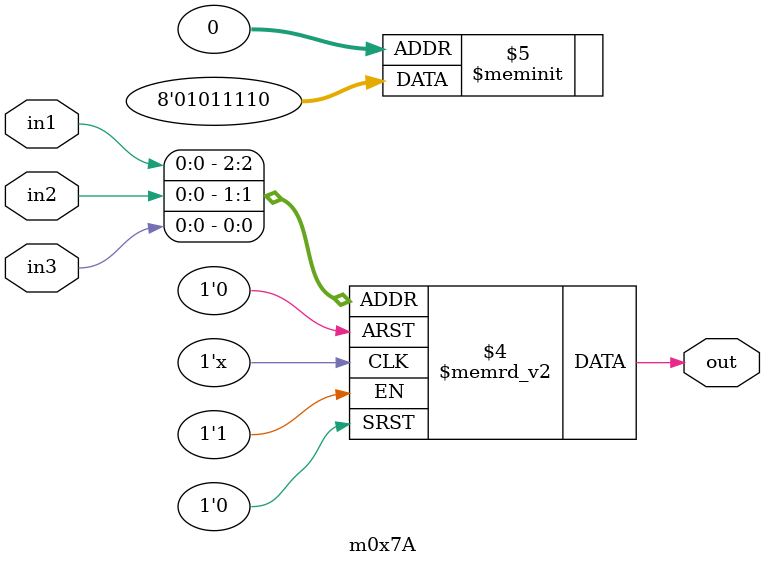
<source format=v>
module m0x7A(output out, input in1, in2, in3);

   always @(in1, in2, in3)
     begin
        case({in1, in2, in3})
          3'b000: {out} = 1'b0;
          3'b001: {out} = 1'b1;
          3'b010: {out} = 1'b1;
          3'b011: {out} = 1'b1;
          3'b100: {out} = 1'b1;
          3'b101: {out} = 1'b0;
          3'b110: {out} = 1'b1;
          3'b111: {out} = 1'b0;
        endcase // case ({in1, in2, in3})
     end // always @ (in1, in2, in3)

endmodule // m0x7A
</source>
